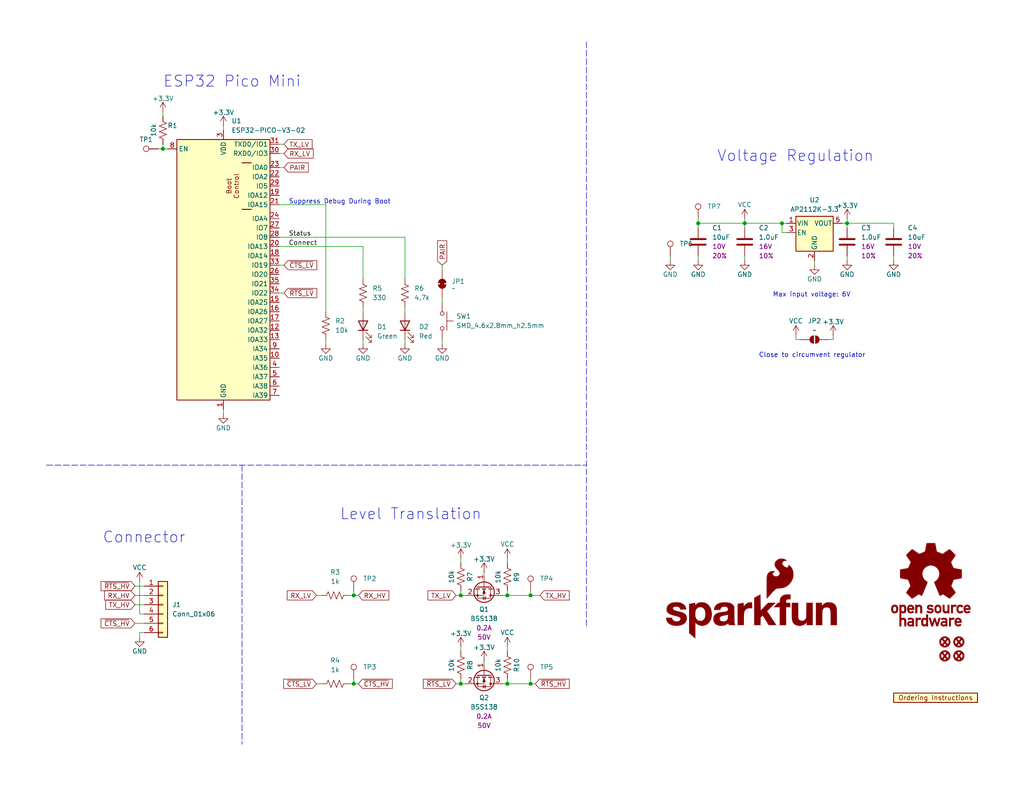
<source format=kicad_sch>
(kicad_sch (version 20231120) (generator "eeschema") (generator_version "8.0")
  (paper "USLetter")
  (title_block (title "SparkFun BlueSMiRF v2") (date "2023-07-29") (rev "v11") (comment 1 "Designed by: N. Seidle"))
  (lib_symbols
    (symbol "SparkFun-Aesthetic:Fiducial_0.5mm"
      (symbol "Fiducial_0.5mm_1_1"
        (text "x" (at 0 0.254 0) (effects (font (size 2.5 2.5) (bold yes))))
      )
    )
    (symbol "SparkFun-Aesthetic:OSHW_Logo" (pin_names (offset 1.016)) (in_bom no))
    (symbol "SparkFun-Aesthetic:Ordering_Instructions"
      (symbol "Ordering_Instructions_1_1"
        (text "Ordering Instructions" (at 1.27 0 0) (effects (font (size 1.27 1.27))))
      )
    )
    (symbol "SparkFun-Aesthetic:SparkFun_Logo" (pin_names (offset 1.016)) (on_board no))
    (symbol "SparkFun-Capacitor:1.0uF_0603_16V_10%" (pin_numbers hide) (pin_names (offset 0.254))
      (property "Reference" "C" (at 0.635 2.54 0))
      (property "Value" "1.0uF" (at 0.635 -2.54 0))
      (property "Voltage" "16V" (at 0 -6.35 0))
      (property "Tolerance" "10%" (at 0 -8.89 0))
      (symbol "1.0uF_0603_16V_10%_1_1"
        (pin passive line (at 0 3.81 270) (length 2.794) (name "~") (number "1"))
        (pin passive line (at 0 -3.81 90) (length 2.794) (name "~") (number "2"))
      )
    )
    (symbol "SparkFun-Capacitor:10uF_0603_10V_20%" (pin_numbers hide) (pin_names (offset 0.254))
      (property "Reference" "C" (at 0.635 2.54 0))
      (property "Value" "10uF" (at 0.635 -2.54 0))
      (property "Voltage" "10V" (at 0 -6.35 0))
      (property "Tolerance" "20%" (at 0 -8.89 0))
      (symbol "10uF_0603_10V_20%_1_1"
        (pin passive line (at 0 3.81 270) (length 2.794) (name "~") (number "1"))
        (pin passive line (at 0 -3.81 90) (length 2.794) (name "~") (number "2"))
      )
    )
    (symbol "SparkFun-Connector:Conn_01x06" (pin_names (offset 1.016) hide)
      (property "Reference" "J" (at 0 7.62 0))
      (property "Value" "Conn_01x06" (at 0 -10.16 0))
      (symbol "Conn_01x06_1_1"
        (pin passive line (at -5.08 5.08 0) (length 3.81) (name "Pin_1") (number "1"))
        (pin passive line (at -5.08 2.54 0) (length 3.81) (name "Pin_2") (number "2"))
        (pin passive line (at -5.08 0 0) (length 3.81) (name "Pin_3") (number "3"))
        (pin passive line (at -5.08 -2.54 0) (length 3.81) (name "Pin_4") (number "4"))
        (pin passive line (at -5.08 -5.08 0) (length 3.81) (name "Pin_5") (number "5"))
        (pin passive line (at -5.08 -7.62 0) (length 3.81) (name "Pin_6") (number "6"))
      )
    )
    (symbol "SparkFun-Connector:TestPoint_0.75mm" (pin_numbers hide) (pin_names (offset 0) hide)
      (property "Reference" "TP" (at 0 5.08 0))
      (symbol "TestPoint_0.75mm_1_1"
        (pin passive line (at 0 0 90) (length 2.54) (name "1") (number "1"))
      )
    )
    (symbol "SparkFun-Connector:TestPoint_PTH" (pin_numbers hide) (pin_names (offset 0.762) hide)
      (property "Reference" "TP" (at 0 5.08 0))
      (symbol "TestPoint_PTH_1_1"
        (pin passive line (at 0 0 90) (length 2.54) (name "1") (number "1"))
      )
    )
    (symbol "SparkFun-DiscreteSemi:Q_NMOS_0.2A_50V" (pin_names (offset 0) hide)
      (property "Reference" "Q" (at 5.08 1.27 0))
      (property "Value" "BSS138" (at 5.08 -1.27 0))
      (property "IMax" "0.2A" (at 7.62 -3.81 0))
      (property "VMax" "50V" (at 7.62 -6.35 0))
      (symbol "Q_NMOS_0.2A_50V_1_1"
        (pin input line (at -2.54 0 0) (length 0) (name "G") (number "1"))
        (pin passive line (at 2.54 -5.08 90) (length 2.54) (name "S") (number "2"))
        (pin passive line (at 2.54 5.08 270) (length 2.54) (name "D") (number "3"))
      )
    )
    (symbol "SparkFun-Jumper:SolderJumper_2_Bridged" (pin_numbers hide) (pin_names (offset 0) hide)
      (property "Reference" "JP" (at 0 2.032 0))
      (property "Value" "~" (at 0 -2.54 0))
      (symbol "SolderJumper_2_Bridged_1_1"
        (pin passive line (at -3.81 0 0) (length 2.54) (name "A") (number "1"))
        (pin passive line (at 3.81 0 180) (length 2.54) (name "B") (number "2"))
      )
    )
    (symbol "SparkFun-Jumper:SolderJumper_2_Open" (pin_numbers hide) (pin_names (offset 0) hide)
      (property "Reference" "JP" (at 0 2.032 0))
      (property "Value" "~" (at 0 -2.54 0))
      (symbol "SolderJumper_2_Open_1_1"
        (pin passive line (at -3.81 0 0) (length 2.54) (name "A") (number "1"))
        (pin passive line (at 3.81 0 180) (length 2.54) (name "B") (number "2"))
      )
    )
    (symbol "SparkFun-LED:LED_Green_0603" (pin_numbers hide) (pin_names (offset 1.016) hide)
      (property "Reference" "D" (at 0 2.54 0))
      (property "Value" "Green" (at 0 -2.54 0))
      (symbol "LED_Green_0603_1_1"
        (pin passive line (at -3.81 0 0) (length 2.54) (name "K") (number "1"))
        (pin passive line (at 3.81 0 180) (length 2.54) (name "A") (number "2"))
      )
    )
    (symbol "SparkFun-LED:LED_Red_0603" (pin_numbers hide) (pin_names (offset 1.016) hide)
      (property "Reference" "D" (at 0 2.54 0))
      (property "Value" "Red" (at 0 -2.54 0))
      (symbol "LED_Red_0603_1_1"
        (pin passive line (at -3.81 0 0) (length 2.54) (name "K") (number "1"))
        (pin passive line (at 3.81 0 180) (length 2.54) (name "A") (number "2"))
      )
    )
    (symbol "SparkFun-PowerSymbol:GND" (power) (pin_names (offset 0))
      (property "Value" "GND" (at 0 -3.81 0))
      (symbol "GND_1_1"
        (pin power_in line (at 0 0 270) (length 0) hide (name "GND") (number "1"))
      )
    )
    (symbol "SparkFun-PowerSymbol:VCC" (power) (pin_names (offset 0))
      (property "Value" "VCC" (at 0 3.81 0))
      (symbol "VCC_1_1"
        (pin power_in line (at 0 0 90) (length 0) hide (name "VCC") (number "1"))
      )
    )
    (symbol "SparkFun-RF:ESP32-PICO-V3-02"
      (property "Reference" "U" (at -12.7 33.02 0))
      (property "Value" "ESP32-PICO-V3-02" (at 1.27 33.02 0))
      (symbol "ESP32-PICO-V3-02_1_1"
        (text "Boot\nControl" (at 2.54 19.05 900) (effects (font (size 1.27 1.27))))
        (pin power_in line (at 0 -41.91 90) (length 2.54) (name "GND") (number "1"))
        (pin input line (at 15.24 -27.94 180) (length 2.54) (name "IA35") (number "10"))
        (pin passive line (at 0 -41.91 90) (length 2.54) hide (name "GND") (number "11"))
        (pin bidirectional line (at 15.24 -20.32 180) (length 2.54) (name "IOA32") (number "12"))
        (pin bidirectional line (at 15.24 -22.86 180) (length 2.54) (name "IOA33") (number "13"))
        (pin passive line (at 0 -41.91 90) (length 2.54) hide (name "GND") (number "14"))
        (pin bidirectional line (at 15.24 -12.7 180) (length 2.54) (name "IOA25") (number "15"))
        (pin bidirectional line (at 15.24 -15.24 180) (length 2.54) (name "IOA26") (number "16"))
        (pin bidirectional line (at 15.24 -17.78 180) (length 2.54) (name "IOA27") (number "17"))
        (pin bidirectional line (at 15.24 0 180) (length 2.54) (name "IOA14") (number "18"))
        (pin bidirectional line (at 15.24 16.51 180) (length 2.54) (name "IOA12") (number "19"))
        (pin passive line (at 0 -41.91 90) (length 2.54) hide (name "GND") (number "2"))
        (pin bidirectional line (at 15.24 2.54 180) (length 2.54) (name "IOA13") (number "20"))
        (pin bidirectional line (at 15.24 13.97 180) (length 2.54) (name "IOA15") (number "21"))
        (pin bidirectional line (at 15.24 21.59 180) (length 2.54) (name "IOA2") (number "22"))
        (pin bidirectional line (at 15.24 24.13 180) (length 2.54) (name "IOA0") (number "23"))
        (pin bidirectional line (at 15.24 10.16 180) (length 2.54) (name "IOA4") (number "24"))
        (pin no_connect line (at -12.7 -11.43 0) (length 2.54) hide (name "NC") (number "25"))
        (pin bidirectional line (at 15.24 -5.08 180) (length 2.54) (name "IO20") (number "26"))
        (pin bidirectional line (at 15.24 7.62 180) (length 2.54) (name "IO7") (number "27"))
        (pin bidirectional line (at 15.24 5.08 180) (length 2.54) (name "IO8") (number "28"))
        (pin bidirectional line (at 15.24 19.05 180) (length 2.54) (name "IO5") (number "29"))
        (pin power_in line (at 0 34.29 270) (length 2.54) (name "VDD") (number "3"))
        (pin bidirectional line (at 15.24 27.94 180) (length 2.54) (name "RXD0/IO3") (number "30"))
        (pin bidirectional line (at 15.24 30.48 180) (length 2.54) (name "TXD0/IO1") (number "31"))
        (pin no_connect line (at -12.7 -13.97 0) (length 2.54) hide (name "NC") (number "32"))
        (pin bidirectional line (at 15.24 -2.54 180) (length 2.54) (name "IO19") (number "33"))
        (pin bidirectional line (at 15.24 -10.16 180) (length 2.54) (name "IO22") (number "34"))
        (pin bidirectional line (at 15.24 -7.62 180) (length 2.54) (name "IO21") (number "35"))
        (pin passive line (at 0 -41.91 90) (length 2.54) hide (name "GND") (number "36"))
        (pin passive line (at 0 -41.91 90) (length 2.54) hide (name "GND") (number "37"))
        (pin passive line (at 0 -41.91 90) (length 2.54) hide (name "GND") (number "38"))
        (pin passive line (at 0 -41.91 90) (length 2.54) hide (name "GND") (number "39"))
        (pin input line (at 15.24 -30.48 180) (length 2.54) (name "IA36") (number "4"))
        (pin passive line (at 0 -41.91 90) (length 2.54) hide (name "GND") (number "40"))
        (pin passive line (at 0 -41.91 90) (length 2.54) hide (name "GND") (number "41"))
        (pin passive line (at 0 -41.91 90) (length 2.54) hide (name "GND") (number "42"))
        (pin passive line (at 0 -41.91 90) (length 2.54) hide (name "GND") (number "43"))
        (pin passive line (at 0 -41.91 90) (length 2.54) hide (name "GND") (number "44"))
        (pin passive line (at 0 -41.91 90) (length 2.54) hide (name "GND") (number "45"))
        (pin passive line (at 0 -41.91 90) (length 2.54) hide (name "GND") (number "46"))
        (pin passive line (at 0 -41.91 90) (length 2.54) hide (name "GND") (number "47"))
        (pin passive line (at 0 -41.91 90) (length 2.54) hide (name "GND") (number "48"))
        (pin passive line (at 0 -41.91 90) (length 2.54) hide (name "GND") (number "49.1"))
        (pin passive line (at 0 -41.91 90) (length 2.54) hide (name "GND") (number "49.2"))
        (pin passive line (at 0 -41.91 90) (length 2.54) hide (name "GND") (number "49.3"))
        (pin passive line (at 0 -41.91 90) (length 2.54) hide (name "GND") (number "49.4"))
        (pin passive line (at 0 -41.91 90) (length 2.54) hide (name "GND") (number "49.5"))
        (pin passive line (at 0 -41.91 90) (length 2.54) hide (name "GND") (number "49.6"))
        (pin passive line (at 0 -41.91 90) (length 2.54) hide (name "GND") (number "49.7"))
        (pin passive line (at 0 -41.91 90) (length 2.54) hide (name "GND") (number "49.8"))
        (pin passive line (at 0 -41.91 90) (length 2.54) hide (name "GND") (number "49.9"))
        (pin input line (at 15.24 -33.02 180) (length 2.54) (name "IA37") (number "5"))
        (pin passive line (at 0 -41.91 90) (length 2.54) hide (name "GND") (number "50"))
        (pin passive line (at 0 -41.91 90) (length 2.54) hide (name "GND") (number "51"))
        (pin passive line (at 0 -41.91 90) (length 2.54) hide (name "GND") (number "52"))
        (pin passive line (at 0 -41.91 90) (length 2.54) hide (name "GND") (number "53"))
        (pin input line (at 15.24 -35.56 180) (length 2.54) (name "IA38") (number "6"))
        (pin input line (at 15.24 -38.1 180) (length 2.54) (name "IA39") (number "7"))
        (pin input line (at -15.24 29.21 0) (length 2.54) (name "EN") (number "8"))
        (pin input line (at 15.24 -25.4 180) (length 2.54) (name "IA34") (number "9"))
      )
    )
    (symbol "SparkFun-Regulator:AP2112K-3.3" (pin_names (offset 0.254))
      (property "Reference" "U3" (at 0 8.89 0))
      (property "Value" "AP2112K-3.3" (at 0 6.35 0))
      (symbol "AP2112K-3.3_1_1"
        (pin power_in line (at -7.62 2.54 0) (length 2.54) (name "VIN") (number "1"))
        (pin power_in line (at 0 -7.62 90) (length 2.54) (name "GND") (number "2"))
        (pin input line (at -7.62 0 0) (length 2.54) (name "EN") (number "3"))
        (pin no_connect line (at 5.08 0 180) (length 2.54) hide (name "NC") (number "4"))
        (pin power_out line (at 7.62 2.54 180) (length 2.54) (name "VOUT") (number "5"))
      )
    )
    (symbol "SparkFun-Resistor:10k_0603" (pin_numbers hide) (pin_names (offset 0))
      (property "Reference" "R" (at 0 -2.54 0))
      (property "Value" "10k" (at 0 2.54 0))
      (symbol "10k_0603_1_1"
        (pin passive line (at 3.81 0 180) (length 1.27) (name "~") (number "1"))
        (pin passive line (at -3.81 0 0) (length 1.27) (name "~") (number "2"))
      )
    )
    (symbol "SparkFun-Resistor:1k_0603" (pin_numbers hide) (pin_names (offset 0))
      (property "Reference" "R" (at 0 -2.54 0))
      (property "Value" "1k" (at 0 2.54 0))
      (symbol "1k_0603_1_1"
        (pin passive line (at 3.81 0 180) (length 1.27) (name "~") (number "1"))
        (pin passive line (at -3.81 0 0) (length 1.27) (name "~") (number "2"))
      )
    )
    (symbol "SparkFun-Resistor:330_0603" (pin_numbers hide) (pin_names (offset 0))
      (property "Reference" "R" (at 0 -2.54 0))
      (property "Value" "330" (at 0 2.54 0))
      (symbol "330_0603_1_1"
        (pin passive line (at 3.81 0 180) (length 1.27) (name "~") (number "1"))
        (pin passive line (at -3.81 0 0) (length 1.27) (name "~") (number "2"))
      )
    )
    (symbol "SparkFun-Resistor:4.7k_0603" (pin_numbers hide) (pin_names (offset 0))
      (property "Reference" "R" (at 0 -2.54 0))
      (property "Value" "4.7k" (at 0 2.54 0))
      (symbol "4.7k_0603_1_1"
        (pin passive line (at 3.81 0 180) (length 1.27) (name "~") (number "1"))
        (pin passive line (at -3.81 0 0) (length 1.27) (name "~") (number "2"))
      )
    )
    (symbol "SparkFun-Switch:SPST_Push_SMD_4.6x2.8mm_h2.5mm" (pin_numbers hide) (pin_names (offset 0) hide)
      (property "Reference" "SW" (at 0 5.08 0))
      (property "Value" "SMD_4.6x2.8mm_h2.5mm" (at 0 -2.54 0))
      (symbol "SPST_Push_SMD_4.6x2.8mm_h2.5mm_0_1"
        (pin passive line (at -5.08 0 0) (length 2.54) (name "1") (number "1"))
      )
      (symbol "SPST_Push_SMD_4.6x2.8mm_h2.5mm_1_1"
        (pin passive line (at 5.08 0 180) (length 2.54) (name "2") (number "2"))
      )
    )
    (symbol "TestPoint_0.75mm_1" (pin_numbers hide) (pin_names (offset 0) hide)
      (property "Reference" "TP6" (at 2.54 3.3021 0))
      (symbol "TestPoint_0.75mm_1_1_1"
        (pin passive line (at 0 0 90) (length 2.54) (name "1") (number "1"))
      )
    )
    (symbol "power:+3.3V" (power) (pin_numbers hide) (pin_names (offset 0) hide)
      (property "Value" "+3.3V" (at 0 3.556 0))
      (symbol "+3.3V_1_1"
        (pin power_in line (at 0 0 90) (length 0) (name "~") (number "1"))
      )
    )
    (symbol "power:GND" (power) (pin_numbers hide) (pin_names (offset 0) hide)
      (property "Value" "GND" (at 0 -3.81 0))
      (symbol "GND_1_1"
        (pin power_in line (at 0 0 270) (length 0) (name "~") (number "1"))
      )
    )
  )
  (junction (at 144.78 162.56))
  (junction (at 125.73 162.56))
  (junction (at 96.52 162.56))
  (junction (at 44.45 40.64))
  (junction (at 231.14 60.96))
  (junction (at 96.52 186.69))
  (junction (at 213.36 60.96))
  (junction (at 138.43 186.69))
  (junction (at 144.78 186.69))
  (junction (at 138.43 162.56))
  (junction (at 190.5 60.96))
  (junction (at 125.73 186.69))
  (junction (at 203.2 60.96))
  (wire (pts (xy 39.37 167.64) (xy 38.1 167.64)))
  (wire (pts (xy 99.06 67.31) (xy 99.06 76.2)))
  (wire (pts (xy 45.72 40.64) (xy 44.45 40.64)))
  (wire (pts (xy 110.49 64.77) (xy 110.49 76.2)))
  (wire (pts (xy 138.43 152.4) (xy 138.43 153.67)))
  (wire (pts (xy 138.43 185.42) (xy 138.43 186.69)))
  (wire (pts (xy 213.36 60.96) (xy 214.63 60.96)))
  (wire (pts (xy 138.43 161.29) (xy 138.43 162.56)))
  (wire (pts (xy 60.96 34.29) (xy 60.96 35.56)))
  (wire (pts (xy 138.43 186.69) (xy 144.78 186.69)))
  (wire (pts (xy 144.78 161.29) (xy 144.78 162.56)))
  (wire (pts (xy 88.9 55.88) (xy 88.9 85.09)))
  (wire (pts (xy 132.08 180.34) (xy 132.08 181.61)))
  (wire (pts (xy 96.52 162.56) (xy 97.79 162.56)))
  (wire (pts (xy 227.33 91.44) (xy 227.33 92.71)))
  (wire (pts (xy 76.2 45.72) (xy 77.47 45.72)))
  (wire (pts (xy 99.06 92.71) (xy 99.06 93.98)))
  (wire (pts (xy 96.52 161.29) (xy 96.52 162.56)))
  (wire (pts (xy 231.14 60.96) (xy 243.84 60.96)))
  (wire (pts (xy 222.25 71.12) (xy 222.25 72.39)))
  (wire (pts (xy 96.52 185.42) (xy 96.52 186.69)))
  (wire (pts (xy 190.5 60.96) (xy 203.2 60.96)))
  (wire (pts (xy 138.43 176.53) (xy 138.43 177.8)))
  (wire (pts (xy 86.36 162.56) (xy 87.63 162.56)))
  (wire (pts (xy 125.73 152.4) (xy 125.73 153.67)))
  (wire (pts (xy 203.2 69.85) (xy 203.2 71.12)))
  (wire (pts (xy 125.73 161.29) (xy 125.73 162.56)))
  (wire (pts (xy 127 162.56) (xy 125.73 162.56)))
  (wire (pts (xy 217.17 91.44) (xy 217.17 92.71)))
  (wire (pts (xy 132.08 156.21) (xy 132.08 157.48)))
  (polyline (pts (xy 66.04 127) (xy 66.04 203.2)) (stroke (width 0) (type dash)))
  (wire (pts (xy 76.2 39.37) (xy 77.47 39.37)))
  (wire (pts (xy 76.2 80.01) (xy 77.47 80.01)))
  (wire (pts (xy 120.65 93.98) (xy 120.65 92.71)))
  (wire (pts (xy 99.06 83.82) (xy 99.06 85.09)))
  (wire (pts (xy 190.5 62.23) (xy 190.5 60.96)))
  (wire (pts (xy 36.83 160.02) (xy 39.37 160.02)))
  (wire (pts (xy 39.37 172.72) (xy 38.1 172.72)))
  (wire (pts (xy 44.45 30.48) (xy 44.45 31.75)))
  (wire (pts (xy 203.2 59.69) (xy 203.2 60.96)))
  (wire (pts (xy 124.46 162.56) (xy 125.73 162.56)))
  (wire (pts (xy 125.73 185.42) (xy 125.73 186.69)))
  (wire (pts (xy 76.2 64.77) (xy 110.49 64.77)))
  (wire (pts (xy 95.25 186.69) (xy 96.52 186.69)))
  (wire (pts (xy 203.2 60.96) (xy 203.2 62.23)))
  (wire (pts (xy 137.16 162.56) (xy 138.43 162.56)))
  (wire (pts (xy 214.63 63.5) (xy 213.36 63.5)))
  (wire (pts (xy 36.83 162.56) (xy 39.37 162.56)))
  (wire (pts (xy 243.84 60.96) (xy 243.84 62.23)))
  (wire (pts (xy 231.14 69.85) (xy 231.14 71.12)))
  (wire (pts (xy 226.06 92.71) (xy 227.33 92.71)))
  (wire (pts (xy 124.46 186.69) (xy 125.73 186.69)))
  (wire (pts (xy 138.43 162.56) (xy 144.78 162.56)))
  (wire (pts (xy 88.9 93.98) (xy 88.9 92.71)))
  (wire (pts (xy 213.36 63.5) (xy 213.36 60.96)))
  (wire (pts (xy 44.45 40.64) (xy 44.45 39.37)))
  (wire (pts (xy 217.17 92.71) (xy 218.44 92.71)))
  (wire (pts (xy 76.2 67.31) (xy 99.06 67.31)))
  (wire (pts (xy 60.96 113.03) (xy 60.96 111.76)))
  (wire (pts (xy 76.2 55.88) (xy 88.9 55.88)))
  (wire (pts (xy 231.14 60.96) (xy 231.14 62.23)))
  (wire (pts (xy 231.14 59.69) (xy 231.14 60.96)))
  (wire (pts (xy 76.2 41.91) (xy 77.47 41.91)))
  (wire (pts (xy 36.83 165.1) (xy 39.37 165.1)))
  (wire (pts (xy 38.1 172.72) (xy 38.1 173.99)))
  (wire (pts (xy 95.25 162.56) (xy 96.52 162.56)))
  (wire (pts (xy 144.78 186.69) (xy 146.05 186.69)))
  (wire (pts (xy 137.16 186.69) (xy 138.43 186.69)))
  (wire (pts (xy 182.88 71.12) (xy 182.88 69.85)))
  (wire (pts (xy 144.78 162.56) (xy 147.32 162.56)))
  (wire (pts (xy 190.5 59.69) (xy 190.5 60.96)))
  (wire (pts (xy 120.65 72.39) (xy 120.65 73.66)))
  (wire (pts (xy 243.84 69.85) (xy 243.84 71.12)))
  (polyline (pts (xy 12.7 127) (xy 160.02 127)) (stroke (width 0) (type dash)))
  (wire (pts (xy 76.2 72.39) (xy 77.47 72.39)))
  (wire (pts (xy 190.5 69.85) (xy 190.5 71.12)))
  (wire (pts (xy 86.36 186.69) (xy 87.63 186.69)))
  (wire (pts (xy 203.2 60.96) (xy 213.36 60.96)))
  (wire (pts (xy 125.73 186.69) (xy 127 186.69)))
  (wire (pts (xy 110.49 92.71) (xy 110.49 93.98)))
  (wire (pts (xy 43.18 40.64) (xy 44.45 40.64)))
  (wire (pts (xy 120.65 81.28) (xy 120.65 82.55)))
  (wire (pts (xy 229.87 60.96) (xy 231.14 60.96)))
  (wire (pts (xy 144.78 185.42) (xy 144.78 186.69)))
  (wire (pts (xy 38.1 158.75) (xy 38.1 167.64)))
  (wire (pts (xy 125.73 176.53) (xy 125.73 177.8)))
  (wire (pts (xy 96.52 186.69) (xy 97.79 186.69)))
  (wire (pts (xy 36.83 170.18) (xy 39.37 170.18)))
  (polyline (pts (xy 160.02 11.43) (xy 160.02 171.45)) (stroke (width 0) (type dash)))
  (wire (pts (xy 110.49 83.82) (xy 110.49 85.09)))
  (text "Max input voltage: 6V" (at 210.82 81.28 0) (effects (font (size 1.27 1.27)) (justify left bottom)))
  (text "Level Translation\n" (at 92.71 142.24 0) (effects (font (size 3 3)) (justify left bottom)))
  (text "Voltage Regulation" (at 195.58 44.45 0) (effects (font (size 3 3)) (justify left bottom)))
  (text "ESP32 Pico Mini\n" (at 44.45 24.13 0) (effects (font (size 3 3)) (justify left bottom)))
  (text "Close to circumvent regulator" (at 207.01 97.79 0) (effects (font (size 1.27 1.27)) (justify left bottom)))
  (text "Connector\n" (at 27.94 148.59 0) (effects (font (size 3 3)) (justify left bottom)))
  (text "Suppress Debug During Boot" (at 78.74 55.88 0) (effects (font (size 1.27 1.27)) (justify left bottom)))
  (label "Status" (at 78.74 64.77 0))
  (label "Connect" (at 78.74 67.31 0))
  (global_label "TX_LV" (shape input) (at 77.47 39.37 0) (property "Intersheetrefs" "${INTERSHEET_REFS}" (effects (hide yes))))
  (global_label "RX_HV" (shape input) (at 36.83 162.56 180) (property "Intersheetrefs" "${INTERSHEET_REFS}" (effects (hide yes))))
  (global_label "~{RTS_LV}" (shape input) (at 124.46 186.69 180) (property "Intersheetrefs" "${INTERSHEET_REFS}" (effects (hide yes))))
  (global_label "~{CTS_HV}" (shape input) (at 97.79 186.69 0) (property "Intersheetrefs" "${INTERSHEET_REFS}" (effects (hide yes))))
  (global_label "~{RTS_HV}" (shape input) (at 146.05 186.69 0) (property "Intersheetrefs" "${INTERSHEET_REFS}" (effects (hide yes))))
  (global_label "RX_LV" (shape input) (at 86.36 162.56 180) (property "Intersheetrefs" "${INTERSHEET_REFS}" (effects (hide yes))))
  (global_label "PAIR" (shape input) (at 120.65 72.39 90) (property "Intersheetrefs" "${INTERSHEET_REFS}" (effects (hide yes))))
  (global_label "~{CTS_LV}" (shape input) (at 77.47 72.39 0) (property "Intersheetrefs" "${INTERSHEET_REFS}" (effects (hide yes))))
  (global_label "PAIR" (shape input) (at 77.47 45.72 0) (property "Intersheetrefs" "${INTERSHEET_REFS}" (effects (hide yes))))
  (global_label "TX_HV" (shape input) (at 147.32 162.56 0) (property "Intersheetrefs" "${INTERSHEET_REFS}" (effects (hide yes))))
  (global_label "RX_HV" (shape input) (at 97.79 162.56 0) (property "Intersheetrefs" "${INTERSHEET_REFS}" (effects (hide yes))))
  (global_label "~{RTS_HV}" (shape input) (at 36.83 160.02 180) (property "Intersheetrefs" "${INTERSHEET_REFS}" (effects (hide yes))))
  (global_label "RX_LV" (shape input) (at 77.47 41.91 0) (property "Intersheetrefs" "${INTERSHEET_REFS}" (effects (hide yes))))
  (global_label "~{RTS_LV}" (shape input) (at 77.47 80.01 0) (property "Intersheetrefs" "${INTERSHEET_REFS}" (effects (hide yes))))
  (global_label "TX_HV" (shape input) (at 36.83 165.1 180) (property "Intersheetrefs" "${INTERSHEET_REFS}" (effects (hide yes))))
  (global_label "~{CTS_HV}" (shape input) (at 36.83 170.18 180) (property "Intersheetrefs" "${INTERSHEET_REFS}" (effects (hide yes))))
  (global_label "~{CTS_LV}" (shape input) (at 86.36 186.69 180) (property "Intersheetrefs" "${INTERSHEET_REFS}" (effects (hide yes))))
  (global_label "TX_LV" (shape input) (at 124.46 162.56 180) (property "Intersheetrefs" "${INTERSHEET_REFS}" (effects (hide yes))))
  (symbol (lib_id "SparkFun-Connector:TestPoint_0.75mm") (at 190.5 59.69 0) (unit 1)
    (property "Reference" "TP7" (at 193.04 56.3879 0) (effects (justify left)))
    (property "Value" "0.75mm" (effects (hide yes)))
    (property "Footprint" "SparkFun-Connector:TestPoint-0.75mm" (effects (hide yes)))
    (property "Description" "Test Point" (effects (hide yes)))
  )
  (symbol (lib_id "SparkFun-Connector:TestPoint_0.75mm") (at 144.78 185.42 0) (unit 1)
    (property "Reference" "TP5" (at 147.32 182.1179 0) (effects (justify left)))
    (property "Value" "0.75mm" (effects (hide yes)))
    (property "Footprint" "SparkFun-Connector:TestPoint-0.75mm" (effects (hide yes)))
    (property "Description" "Test Point" (effects (hide yes)))
  )
  (symbol (lib_id "SparkFun-Jumper:SolderJumper_2_Bridged") (at 120.65 77.47 90) (unit 1)
    (property "Reference" "JP1" (at 123.19 76.8349 90) (effects (justify right)))
    (property "Value" "~" (at 123.19 78.74 90) (effects (justify right)))
    (property "Footprint" "SparkFun-Jumper:Jumper_2_NC_Trace" (effects (hide yes)))
    (property "Description" "Solder Jumper, 2-pole, closed/bridged" (effects (hide yes)))
  )
  (symbol (lib_id "SparkFun-LED:LED_Green_0603") (at 99.06 88.9 90) (unit 1)
    (property "Reference" "D1" (at 102.87 89.2174 90) (effects (justify right)))
    (property "Value" "Green" (at 102.87 91.7574 90) (effects (justify right)))
    (property "Footprint" "SparkFun-LED:LED_0603_1608Metric_Green" (effects (hide yes)))
    (property "Datasheet" "https://docs.broadcom.com/docs/AV02-0551EN" (effects (hide yes)))
    (property "Description" "Light emitting diode" (effects (hide yes)))
    (property "PROD_ID" "DIO-00821" (effects (hide yes)))
  )
  (symbol (lib_id "SparkFun-Capacitor:1.0uF_0603_16V_10%") (at 231.14 66.04 0) (unit 1)
    (property "Reference" "C3" (at 234.95 62.2299 0) (effects (justify left)))
    (property "Value" "1.0uF" (at 234.95 64.7699 0) (effects (justify left)))
    (property "Footprint" "SparkFun-Capacitor:C_0603_1608Metric" (effects (hide yes)))
    (property "Datasheet" "https://cdn.sparkfun.com/assets/8/a/4/a/5/Kemet_Capacitor_Datasheet.pdf" (effects (hide yes)))
    (property "Description" "Unpolarized capacitor" (effects (hide yes)))
    (property "PROD_ID" "CAP-13930" (effects (hide yes)))
    (property "Voltage" "16V" (at 234.95 67.3099 0) (effects (justify left)))
    (property "Tolerance" "10%" (at 234.95 69.8499 0) (effects (justify left)))
  )
  (symbol (lib_id "SparkFun-PowerSymbol:VCC") (at 203.2 59.69 0) (unit 1)
    (property "Reference" "#PWR0106" (effects (hide yes)))
    (property "Value" "VCC" (at 203.2 55.88 0))
    (property "Description" "Power symbol creates a global label with name \"VCC\"" (effects (hide yes)))
  )
  (symbol (lib_id "SparkFun-Aesthetic:Fiducial_0.5mm") (at 261.62 179.07 0) (unit 1)
    (property "Reference" "FID4" (effects (hide yes)))
    (property "Value" "Fiducial_0.5mm" (effects (hide yes)))
    (property "Footprint" "SparkFun-Aesthetic:Fiducial_0.5mm_Mask1mm" (effects (hide yes)))
    (property "Description" "Fiducial Marker" (effects (hide yes)))
  )
  (symbol (lib_id "power:GND") (at 222.25 72.39 0) (unit 1)
    (property "Reference" "#PWR0104" (effects (hide yes)))
    (property "Value" "GND" (at 222.25 76.2 0))
    (property "Description" "Power symbol creates a global label with name \"GND\" , ground" (effects (hide yes)))
  )
  (symbol (lib_id "SparkFun-Aesthetic:SparkFun_Logo") (at 204.47 167.64 0) (unit 1) (on_board no)
    (property "Reference" "G1" (effects (hide yes)))
    (property "Value" "SparkFun_Logo" (effects (hide yes)))
  )
  (symbol (lib_id "power:GND") (at 243.84 71.12 0) (unit 1)
    (property "Reference" "#PWR0109" (effects (hide yes)))
    (property "Value" "GND" (at 243.84 74.93 0))
    (property "Description" "Power symbol creates a global label with name \"GND\" , ground" (effects (hide yes)))
  )
  (symbol (lib_id "SparkFun-Resistor:10k_0603") (at 125.73 157.48 90) (unit 1)
    (property "Reference" "R7" (at 128.27 157.48 0))
    (property "Value" "10k" (at 123.19 157.48 0))
    (property "Footprint" "SparkFun-Resistor:R_0603_1608Metric" (effects (hide yes)))
    (property "Datasheet" "https://www.vishay.com/docs/20035/dcrcwe3.pdf" (effects (hide yes)))
    (property "Description" "Resistor" (effects (hide yes)))
    (property "PROD_ID" "RES-00824" (effects (hide yes)))
  )
  (symbol (lib_id "SparkFun-Aesthetic:Fiducial_0.5mm") (at 261.62 175.26 0) (unit 1)
    (property "Reference" "FID3" (effects (hide yes)))
    (property "Value" "Fiducial_0.5mm" (effects (hide yes)))
    (property "Footprint" "SparkFun-Aesthetic:Fiducial_0.5mm_Mask1mm" (effects (hide yes)))
    (property "Description" "Fiducial Marker" (effects (hide yes)))
  )
  (symbol (lib_id "SparkFun-Connector:Conn_01x06") (at 44.45 165.1 0) (unit 1)
    (property "Reference" "J1" (at 46.99 165.0999 0) (effects (justify left)))
    (property "Value" "Conn_01x06" (at 46.99 167.6399 0) (effects (justify left)))
    (property "Footprint" "SparkFun-Connector:1x06" (effects (hide yes)))
    (property "Description" "Generic connector, single row, 01x06, script generated (kicad-library-utils/schlib/autogen/connector/)" (effects (hide yes)))
  )
  (symbol (lib_id "power:+3.3V") (at 125.73 176.53 0) (unit 1)
    (property "Reference" "#PWR0101" (effects (hide yes)))
    (property "Value" "+3.3V" (at 125.73 172.974 0))
    (property "Description" "Power symbol creates a global label with name \"+3.3V\"" (effects (hide yes)))
  )
  (symbol (lib_id "SparkFun-Resistor:1k_0603") (at 91.44 162.56 180) (unit 1)
    (property "Reference" "R3" (at 91.44 156.21 0))
    (property "Value" "1k" (at 91.44 158.75 0))
    (property "Footprint" "SparkFun-Resistor:R_0603_1608Metric" (effects (hide yes)))
    (property "Datasheet" "https://www.vishay.com/docs/20035/dcrcwe3.pdf" (effects (hide yes)))
    (property "Description" "Resistor" (effects (hide yes)))
    (property "PROD_ID" "RES-07856" (effects (hide yes)))
  )
  (symbol (lib_id "power:GND") (at 203.2 71.12 0) (unit 1)
    (property "Reference" "#PWR0112" (effects (hide yes)))
    (property "Value" "GND" (at 203.2 74.93 0))
    (property "Description" "Power symbol creates a global label with name \"GND\" , ground" (effects (hide yes)))
  )
  (symbol (lib_id "SparkFun-Connector:TestPoint_0.75mm") (at 144.78 161.29 0) (unit 1)
    (property "Reference" "TP4" (at 147.32 157.9879 0) (effects (justify left)))
    (property "Value" "0.75mm" (effects (hide yes)))
    (property "Footprint" "SparkFun-Connector:TestPoint-0.75mm" (effects (hide yes)))
    (property "Description" "Test Point" (effects (hide yes)))
  )
  (symbol (lib_id "SparkFun-Capacitor:10uF_0603_10V_20%") (at 190.5 66.04 0) (unit 1)
    (property "Reference" "C1" (at 194.31 62.2299 0) (effects (justify left)))
    (property "Value" "10uF" (at 194.31 64.7699 0) (effects (justify left)))
    (property "Footprint" "SparkFun-Capacitor:C_0603_1608Metric" (effects (hide yes)))
    (property "Datasheet" "https://cdn.sparkfun.com/assets/8/a/4/a/5/Kemet_Capacitor_Datasheet.pdf" (effects (hide yes)))
    (property "Description" "Unpolarized capacitor" (effects (hide yes)))
    (property "PROD_ID" "CAP-20155" (effects (hide yes)))
    (property "Voltage" "10V" (at 194.31 67.3099 0) (effects (justify left)))
    (property "Tolerance" "20%" (at 194.31 69.8499 0) (effects (justify left)))
  )
  (symbol (lib_id "SparkFun-PowerSymbol:GND") (at 120.65 93.98 0) (unit 1)
    (property "Reference" "#PWR0119" (effects (hide yes)))
    (property "Value" "GND" (at 120.65 97.79 0))
    (property "Description" "Power symbol creates a global label with name \"GND\" , ground" (effects (hide yes)))
  )
  (symbol (lib_id "SparkFun-RF:ESP32-PICO-V3-02") (at 60.96 69.85 0) (unit 1)
    (property "Reference" "U1" (at 63.1541 33.02 0) (effects (justify left)))
    (property "Value" "ESP32-PICO-V3-02" (at 63.1541 35.56 0) (effects (justify left)))
    (property "Footprint" "SparkFun-RF:ESP32-PICO-MINI" (effects (hide yes)))
    (property "Datasheet" "https://www.espressif.com/sites/default/files/documentation/esp32-pico-mini-02_datasheet_en.pdf" (effects (hide yes)))
    (property "Description" "ESP32 Small Formfactor" (effects (hide yes)))
    (property "PROD_ID" "IC-19692" (effects (hide yes)))
  )
  (symbol (lib_id "SparkFun-DiscreteSemi:Q_NMOS_0.2A_50V") (at 132.08 160.02 270) (unit 1)
    (property "Reference" "Q1" (at 132.08 166.37 90))
    (property "Value" "BSS138" (at 132.08 168.91 90))
    (property "Footprint" "SparkFun-Semiconductor-Standard:SOT23-3" (effects (hide yes)))
    (property "Datasheet" "https://cdn.sparkfun.com/datasheets/BreakoutBoards/BSS138.pdf" (effects (hide yes)))
    (property "Description" "N-MOSFET transistor, drain/gate/source" (effects (hide yes)))
    (property "PROD_ID" "TRANS-00830" (effects (hide yes)))
    (property "IMax" "0.2A" (at 132.08 171.45 90))
    (property "VMax" "50V" (at 132.08 173.99 90))
  )
  (symbol (lib_id "SparkFun-Capacitor:1.0uF_0603_16V_10%") (at 203.2 66.04 0) (unit 1)
    (property "Reference" "C2" (at 207.01 62.2299 0) (effects (justify left)))
    (property "Value" "1.0uF" (at 207.01 64.7699 0) (effects (justify left)))
    (property "Footprint" "SparkFun-Capacitor:C_0603_1608Metric" (effects (hide yes)))
    (property "Datasheet" "https://cdn.sparkfun.com/assets/8/a/4/a/5/Kemet_Capacitor_Datasheet.pdf" (effects (hide yes)))
    (property "Description" "Unpolarized capacitor" (effects (hide yes)))
    (property "PROD_ID" "CAP-13930" (effects (hide yes)))
    (property "Voltage" "16V" (at 207.01 67.3099 0) (effects (justify left)))
    (property "Tolerance" "10%" (at 207.01 69.8499 0) (effects (justify left)))
  )
  (symbol (lib_id "SparkFun-Switch:SPST_Push_SMD_4.6x2.8mm_h2.5mm") (at 120.65 87.63 270) (unit 1)
    (property "Reference" "SW1" (at 124.46 86.3599 90) (effects (justify left)))
    (property "Value" "SMD_4.6x2.8mm_h2.5mm" (at 124.46 88.8999 90) (effects (justify left)))
    (property "Footprint" "SparkFun-Switch:Push_SMD_4.6x2.8mm_h2.5mm" (effects (hide yes)))
    (property "Description" "Single Pole Single Throw (SPST) switch" (effects (hide yes)))
    (property "PROD_ID" "SWCH-15606" (effects (hide yes)))
  )
  (symbol (lib_id "SparkFun-Connector:TestPoint_0.75mm") (at 96.52 161.29 0) (unit 1)
    (property "Reference" "TP2" (at 99.06 157.9879 0) (effects (justify left)))
    (property "Value" "0.75mm" (effects (hide yes)))
    (property "Footprint" "SparkFun-Connector:TestPoint-0.75mm" (effects (hide yes)))
    (property "Description" "Test Point" (effects (hide yes)))
  )
  (symbol (lib_id "SparkFun-Resistor:330_0603") (at 99.06 80.01 90) (unit 1)
    (property "Reference" "R5" (at 101.6 78.7399 90) (effects (justify right)))
    (property "Value" "330" (at 101.6 81.2799 90) (effects (justify right)))
    (property "Footprint" "SparkFun-Resistor:R_0603_1608Metric" (effects (hide yes)))
    (property "Datasheet" "https://www.vishay.com/docs/20035/dcrcwe3.pdf" (effects (hide yes)))
    (property "Description" "Resistor" (effects (hide yes)))
    (property "PROD_ID" "RES-00818" (effects (hide yes)))
  )
  (symbol (lib_id "SparkFun-Resistor:1k_0603") (at 91.44 186.69 180) (unit 1)
    (property "Reference" "R4" (at 91.44 180.34 0))
    (property "Value" "1k" (at 91.44 182.88 0))
    (property "Footprint" "SparkFun-Resistor:R_0603_1608Metric" (effects (hide yes)))
    (property "Datasheet" "https://www.vishay.com/docs/20035/dcrcwe3.pdf" (effects (hide yes)))
    (property "Description" "Resistor" (effects (hide yes)))
    (property "PROD_ID" "RES-07856" (effects (hide yes)))
  )
  (symbol (lib_id "SparkFun-DiscreteSemi:Q_NMOS_0.2A_50V") (at 132.08 184.15 270) (unit 1)
    (property "Reference" "Q2" (at 132.08 190.5 90))
    (property "Value" "BSS138" (at 132.08 193.04 90))
    (property "Footprint" "SparkFun-Semiconductor-Standard:SOT23-3" (effects (hide yes)))
    (property "Datasheet" "https://cdn.sparkfun.com/datasheets/BreakoutBoards/BSS138.pdf" (effects (hide yes)))
    (property "Description" "N-MOSFET transistor, drain/gate/source" (effects (hide yes)))
    (property "PROD_ID" "TRANS-00830" (effects (hide yes)))
    (property "IMax" "0.2A" (at 132.08 195.58 90))
    (property "VMax" "50V" (at 132.08 198.12 90))
  )
  (symbol (lib_id "power:+3.3V") (at 227.33 91.44 0) (unit 1)
    (property "Reference" "#PWR0108" (effects (hide yes)))
    (property "Value" "+3.3V" (at 227.33 87.884 0))
    (property "Description" "Power symbol creates a global label with name \"+3.3V\"" (effects (hide yes)))
  )
  (symbol (lib_id "SparkFun-Connector:TestPoint_0.75mm") (at 96.52 185.42 0) (unit 1)
    (property "Reference" "TP3" (at 99.06 182.1179 0) (effects (justify left)))
    (property "Value" "0.75mm" (effects (hide yes)))
    (property "Footprint" "SparkFun-Connector:TestPoint-0.75mm" (effects (hide yes)))
    (property "Description" "Test Point" (effects (hide yes)))
  )
  (symbol (lib_id "SparkFun-Capacitor:10uF_0603_10V_20%") (at 243.84 66.04 0) (unit 1)
    (property "Reference" "C4" (at 247.65 62.2299 0) (effects (justify left)))
    (property "Value" "10uF" (at 247.65 64.7699 0) (effects (justify left)))
    (property "Footprint" "SparkFun-Capacitor:C_0603_1608Metric" (effects (hide yes)))
    (property "Datasheet" "https://cdn.sparkfun.com/assets/8/a/4/a/5/Kemet_Capacitor_Datasheet.pdf" (effects (hide yes)))
    (property "Description" "Unpolarized capacitor" (effects (hide yes)))
    (property "PROD_ID" "CAP-20155" (effects (hide yes)))
    (property "Voltage" "10V" (at 247.65 67.3099 0) (effects (justify left)))
    (property "Tolerance" "20%" (at 247.65 69.8499 0) (effects (justify left)))
  )
  (symbol (lib_id "SparkFun-Resistor:4.7k_0603") (at 110.49 80.01 90) (unit 1)
    (property "Reference" "R6" (at 113.03 78.7399 90) (effects (justify right)))
    (property "Value" "4.7k" (at 113.03 81.2799 90) (effects (justify right)))
    (property "Footprint" "SparkFun-Resistor:R_0603_1608Metric" (effects (hide yes)))
    (property "Datasheet" "https://www.vishay.com/docs/20035/dcrcwe3.pdf" (effects (hide yes)))
    (property "Description" "Resistor" (effects (hide yes)))
    (property "PROD_ID" "RES-07857" (effects (hide yes)))
  )
  (symbol (lib_id "power:+3.3V") (at 132.08 180.34 0) (unit 1)
    (property "Reference" "#PWR0102" (effects (hide yes)))
    (property "Value" "+3.3V" (at 132.08 176.784 0))
    (property "Description" "Power symbol creates a global label with name \"+3.3V\"" (effects (hide yes)))
  )
  (symbol (lib_id "power:+3.3V") (at 44.45 30.48 0) (unit 1)
    (property "Reference" "#PWR0114" (effects (hide yes)))
    (property "Value" "+3.3V" (at 44.45 26.924 0))
    (property "Description" "Power symbol creates a global label with name \"+3.3V\"" (effects (hide yes)))
  )
  (symbol (lib_id "power:GND") (at 60.96 113.03 0) (unit 1)
    (property "Reference" "#PWR0121" (effects (hide yes)))
    (property "Value" "GND" (at 60.96 116.84 0))
    (property "Description" "Power symbol creates a global label with name \"GND\" , ground" (effects (hide yes)))
  )
  (symbol (lib_id "power:+3.3V") (at 132.08 156.21 0) (unit 1)
    (property "Reference" "#PWR0124" (effects (hide yes)))
    (property "Value" "+3.3V" (at 132.08 152.654 0))
    (property "Description" "Power symbol creates a global label with name \"+3.3V\"" (effects (hide yes)))
  )
  (symbol (lib_id "SparkFun-Resistor:10k_0603") (at 138.43 157.48 90) (unit 1)
    (property "Reference" "R9" (at 140.97 156.21 0) (effects (justify right)))
    (property "Value" "10k" (at 135.89 157.48 0))
    (property "Footprint" "SparkFun-Resistor:R_0603_1608Metric" (effects (hide yes)))
    (property "Datasheet" "https://www.vishay.com/docs/20035/dcrcwe3.pdf" (effects (hide yes)))
    (property "Description" "Resistor" (effects (hide yes)))
    (property "PROD_ID" "RES-00824" (effects (hide yes)))
  )
  (symbol (lib_id "SparkFun-PowerSymbol:VCC") (at 138.43 152.4 0) (unit 1)
    (property "Reference" "#PWR0123" (effects (hide yes)))
    (property "Value" "VCC" (at 138.43 148.59 0))
    (property "Description" "Power symbol creates a global label with name \"VCC\"" (effects (hide yes)))
  )
  (symbol (lib_id "SparkFun-Regulator:AP2112K-3.3") (at 222.25 63.5 0) (unit 1)
    (property "Reference" "U2" (at 222.25 54.61 0))
    (property "Value" "AP2112K-3.3" (at 222.25 57.15 0))
    (property "Footprint" "SparkFun-Semiconductor-Standard:SOT23-5" (effects (hide yes)))
    (property "Datasheet" "https://www.diodes.com/assets/Datasheets/AP2112.pdf" (effects (hide yes)))
    (property "Description" "600mA low dropout linear regulator, with enable pin, 3.8V-6V input voltage range, 3.3V fixed positive output, SOT-23-5" (effects (hide yes)))
    (property "PROD_ID" "VREG-12457" (effects (hide yes)))
    (property "VMax" "6V" (effects (hide yes)))
    (property "Imax" "600mA" (effects (hide yes)))
    (property "Iq" "55µA" (effects (hide yes)))
  )
  (symbol (lib_id "SparkFun-PowerSymbol:GND") (at 110.49 93.98 0) (unit 1)
    (property "Reference" "#PWR0116" (effects (hide yes)))
    (property "Value" "GND" (at 110.49 97.79 0))
    (property "Description" "Power symbol creates a global label with name \"GND\" , ground" (effects (hide yes)))
  )
  (symbol (lib_id "power:+3.3V") (at 60.96 34.29 0) (unit 1)
    (property "Reference" "#PWR0118" (effects (hide yes)))
    (property "Value" "+3.3V" (at 60.96 30.734 0))
    (property "Description" "Power symbol creates a global label with name \"+3.3V\"" (effects (hide yes)))
  )
  (symbol (lib_id "SparkFun-PowerSymbol:VCC") (at 38.1 158.75 0) (unit 1)
    (property "Reference" "#PWR0120" (effects (hide yes)))
    (property "Value" "VCC" (at 38.1 154.94 0))
    (property "Description" "Power symbol creates a global label with name \"VCC\"" (effects (hide yes)))
  )
  (symbol (lib_id "SparkFun-PowerSymbol:GND") (at 99.06 93.98 0) (unit 1)
    (property "Reference" "#PWR0115" (effects (hide yes)))
    (property "Value" "GND" (at 99.06 97.79 0))
    (property "Description" "Power symbol creates a global label with name \"GND\" , ground" (effects (hide yes)))
  )
  (symbol (lib_id "SparkFun-PowerSymbol:VCC") (at 138.43 176.53 0) (unit 1)
    (property "Reference" "#PWR0103" (effects (hide yes)))
    (property "Value" "VCC" (at 138.43 172.72 0))
    (property "Description" "Power symbol creates a global label with name \"VCC\"" (effects (hide yes)))
  )
  (symbol (lib_id "SparkFun-Resistor:10k_0603") (at 88.9 88.9 90) (unit 1)
    (property "Reference" "R2" (at 91.44 87.6299 90) (effects (justify right)))
    (property "Value" "10k" (at 91.44 90.1699 90) (effects (justify right)))
    (property "Footprint" "SparkFun-Resistor:R_0603_1608Metric" (effects (hide yes)))
    (property "Datasheet" "https://www.vishay.com/docs/20035/dcrcwe3.pdf" (effects (hide yes)))
    (property "Description" "Resistor" (effects (hide yes)))
    (property "PROD_ID" "RES-00824" (effects (hide yes)))
  )
  (symbol (lib_id "SparkFun-PowerSymbol:VCC") (at 217.17 91.44 0) (unit 1)
    (property "Reference" "#PWR0107" (effects (hide yes)))
    (property "Value" "VCC" (at 217.17 87.63 0))
    (property "Description" "Power symbol creates a global label with name \"VCC\"" (effects (hide yes)))
  )
  (symbol (lib_id "SparkFun-LED:LED_Red_0603") (at 110.49 88.9 90) (unit 1)
    (property "Reference" "D2" (at 114.3 89.2174 90) (effects (justify right)))
    (property "Value" "Red" (at 114.3 91.7574 90) (effects (justify right)))
    (property "Footprint" "SparkFun-LED:LED_0603_1608Metric_Red" (effects (hide yes)))
    (property "Datasheet" "https://docs.broadcom.com/docs/AV02-0551EN" (effects (hide yes)))
    (property "Description" "Light emitting diode" (effects (hide yes)))
    (property "PROD_ID" "DIO-17976" (effects (hide yes)))
  )
  (symbol (lib_id "power:GND") (at 231.14 71.12 0) (unit 1)
    (property "Reference" "#PWR0110" (effects (hide yes)))
    (property "Value" "GND" (at 231.14 74.93 0))
    (property "Description" "Power symbol creates a global label with name \"GND\" , ground" (effects (hide yes)))
  )
  (symbol (lib_id "SparkFun-Aesthetic:OSHW_Logo") (at 254 163.83 0) (unit 1) (in_bom no)
    (property "Reference" "G2" (effects (hide yes)))
    (property "Value" "OSHW_Logo" (effects (hide yes)))
    (property "Footprint" "SparkFun-Aesthetic:Creative_Commons_License" (effects (hide yes)))
  )
  (symbol (lib_id "SparkFun-Aesthetic:Fiducial_0.5mm") (at 257.81 175.26 0) (unit 1)
    (property "Reference" "FID1" (effects (hide yes)))
    (property "Value" "Fiducial_0.5mm" (effects (hide yes)))
    (property "Footprint" "SparkFun-Aesthetic:Fiducial_0.5mm_Mask1mm" (effects (hide yes)))
    (property "Description" "Fiducial Marker" (effects (hide yes)))
  )
  (symbol (lib_id "power:GND") (at 182.88 71.12 0) (unit 1)
    (property "Reference" "#PWR0111" (effects (hide yes)))
    (property "Value" "GND" (at 182.88 74.93 0))
    (property "Description" "Power symbol creates a global label with name \"GND\" , ground" (effects (hide yes)))
  )
  (symbol (lib_id "SparkFun-Jumper:SolderJumper_2_Open") (at 222.25 92.71 0) (unit 1)
    (property "Reference" "JP2" (at 222.25 87.63 0))
    (property "Value" "~" (at 222.25 90.17 0))
    (property "Footprint" "SparkFun-Jumper:Jumper_2_NO" (effects (hide yes)))
    (property "Description" "Solder Jumper, 2-pole, open" (effects (hide yes)))
  )
  (symbol (lib_name "TestPoint_0.75mm_1") (lib_id "SparkFun-Connector:TestPoint_0.75mm") (at 182.88 69.85 0) (unit 1)
    (property "Reference" "TP6" (at 185.42 66.5479 0) (effects (justify left)))
    (property "Value" "0.75mm" (effects (hide yes)))
    (property "Footprint" "SparkFun-Connector:TestPoint-0.75mm" (effects (hide yes)))
    (property "Description" "Test Point" (effects (hide yes)))
  )
  (symbol (lib_id "power:+3.3V") (at 231.14 59.69 0) (unit 1)
    (property "Reference" "#PWR0105" (effects (hide yes)))
    (property "Value" "+3.3V" (at 231.14 56.134 0))
    (property "Description" "Power symbol creates a global label with name \"+3.3V\"" (effects (hide yes)))
  )
  (symbol (lib_id "SparkFun-Aesthetic:Fiducial_0.5mm") (at 257.81 179.07 0) (unit 1)
    (property "Reference" "FID2" (effects (hide yes)))
    (property "Value" "Fiducial_0.5mm" (effects (hide yes)))
    (property "Footprint" "SparkFun-Aesthetic:Fiducial_0.5mm_Mask1mm" (effects (hide yes)))
    (property "Description" "Fiducial Marker" (effects (hide yes)))
  )
  (symbol (lib_id "power:GND") (at 190.5 71.12 0) (unit 1)
    (property "Reference" "#PWR0113" (effects (hide yes)))
    (property "Value" "GND" (at 190.5 74.93 0))
    (property "Description" "Power symbol creates a global label with name \"GND\" , ground" (effects (hide yes)))
  )
  (symbol (lib_id "SparkFun-PowerSymbol:GND") (at 88.9 93.98 0) (unit 1)
    (property "Reference" "#PWR0117" (effects (hide yes)))
    (property "Value" "GND" (at 88.9 97.79 0))
    (property "Description" "Power symbol creates a global label with name \"GND\" , ground" (effects (hide yes)))
  )
  (symbol (lib_id "SparkFun-Resistor:10k_0603") (at 125.73 181.61 90) (unit 1)
    (property "Reference" "R8" (at 128.27 181.61 0))
    (property "Value" "10k" (at 123.19 181.61 0))
    (property "Footprint" "SparkFun-Resistor:R_0603_1608Metric" (effects (hide yes)))
    (property "Datasheet" "https://www.vishay.com/docs/20035/dcrcwe3.pdf" (effects (hide yes)))
    (property "Description" "Resistor" (effects (hide yes)))
    (property "PROD_ID" "RES-00824" (effects (hide yes)))
  )
  (symbol (lib_id "SparkFun-PowerSymbol:GND") (at 38.1 173.99 0) (unit 1)
    (property "Reference" "#PWR0125" (effects (hide yes)))
    (property "Value" "GND" (at 38.1 177.8 0))
    (property "Description" "Power symbol creates a global label with name \"GND\" , ground" (effects (hide yes)))
  )
  (symbol (lib_id "power:+3.3V") (at 125.73 152.4 0) (unit 1)
    (property "Reference" "#PWR0122" (effects (hide yes)))
    (property "Value" "+3.3V" (at 125.73 148.844 0))
    (property "Description" "Power symbol creates a global label with name \"+3.3V\"" (effects (hide yes)))
  )
  (symbol (lib_id "SparkFun-Resistor:10k_0603") (at 138.43 181.61 90) (unit 1)
    (property "Reference" "R10" (at 140.97 181.61 0))
    (property "Value" "10k" (at 135.89 181.61 0))
    (property "Footprint" "SparkFun-Resistor:R_0603_1608Metric" (effects (hide yes)))
    (property "Datasheet" "https://www.vishay.com/docs/20035/dcrcwe3.pdf" (effects (hide yes)))
    (property "Description" "Resistor" (effects (hide yes)))
    (property "PROD_ID" "RES-00824" (effects (hide yes)))
  )
  (symbol (lib_id "SparkFun-Resistor:10k_0603") (at 44.45 35.56 90) (unit 1)
    (property "Reference" "R1" (at 45.72 34.29 90) (effects (justify right)))
    (property "Value" "10k" (at 41.91 35.56 0))
    (property "Footprint" "SparkFun-Resistor:R_0603_1608Metric" (effects (hide yes)))
    (property "Datasheet" "https://www.vishay.com/docs/20035/dcrcwe3.pdf" (effects (hide yes)))
    (property "Description" "Resistor" (effects (hide yes)))
    (property "PROD_ID" "RES-00824" (effects (hide yes)))
  )
  (symbol (lib_id "SparkFun-Aesthetic:Ordering_Instructions") (at 254 190.5 0) (unit 1)
    (property "Reference" "U3" (effects (hide yes)))
    (property "Footprint" "SparkFun-Aesthetic:Ordering_Instructions" (effects (hide yes)))
  )
  (symbol (lib_id "SparkFun-Connector:TestPoint_PTH") (at 43.18 40.64 90) (unit 1)
    (property "Reference" "TP1" (at 39.878 38.1 90))
    (property "Value" "PTH" (effects (hide yes)))
    (property "Footprint" "SparkFun-Connector:1x01" (effects (hide yes)))
    (property "Description" "Test Point" (effects (hide yes)))
  )
)
</source>
